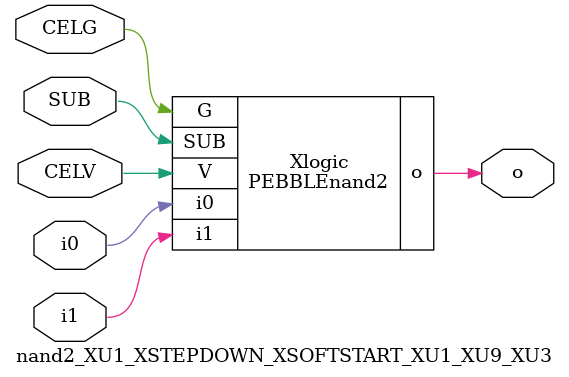
<source format=v>



module PEBBLEnand2 ( o, G, SUB, V, i0, i1 );

  input i0;
  input V;
  input i1;
  input G;
  output o;
  input SUB;
endmodule

//Celera Confidential Do Not Copy nand2_XU1_XSTEPDOWN_XSOFTSTART_XU1_XU9_XU3
//Celera Confidential Symbol Generator
//5V NAND2
module nand2_XU1_XSTEPDOWN_XSOFTSTART_XU1_XU9_XU3 (CELV,CELG,i0,i1,o,SUB);
input CELV;
input CELG;
input i0;
input i1;
input SUB;
output o;

//Celera Confidential Do Not Copy nand2
PEBBLEnand2 Xlogic(
.V (CELV),
.i0 (i0),
.i1 (i1),
.o (o),
.SUB (SUB),
.G (CELG)
);
//,diesize,PEBBLEnand2

//Celera Confidential Do Not Copy Module End
//Celera Schematic Generator
endmodule

</source>
